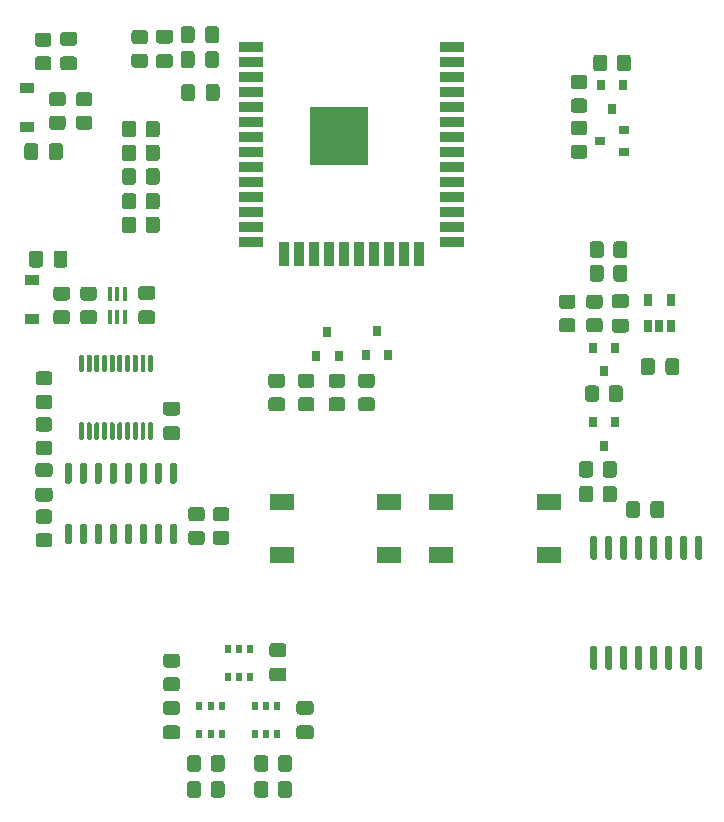
<source format=gtp>
G04 #@! TF.GenerationSoftware,KiCad,Pcbnew,(5.1.7)-1*
G04 #@! TF.CreationDate,2021-05-21T19:56:49+02:00*
G04 #@! TF.ProjectId,hlavniDPS,686c6176-6e69-4445-9053-2e6b69636164,rev?*
G04 #@! TF.SameCoordinates,Original*
G04 #@! TF.FileFunction,Paste,Top*
G04 #@! TF.FilePolarity,Positive*
%FSLAX46Y46*%
G04 Gerber Fmt 4.6, Leading zero omitted, Abs format (unit mm)*
G04 Created by KiCad (PCBNEW (5.1.7)-1) date 2021-05-21 19:56:49*
%MOMM*%
%LPD*%
G01*
G04 APERTURE LIST*
%ADD10R,2.100000X1.400000*%
%ADD11R,0.550000X0.800000*%
%ADD12R,2.000000X0.900000*%
%ADD13R,0.900000X2.000000*%
%ADD14R,5.000000X5.000000*%
%ADD15R,0.400000X1.190000*%
%ADD16R,0.900000X0.800000*%
%ADD17R,0.800000X0.900000*%
%ADD18R,0.650000X1.060000*%
%ADD19R,1.200000X0.900000*%
G04 APERTURE END LIST*
D10*
X175050000Y-87750000D03*
X175050000Y-92250000D03*
X165950000Y-92250000D03*
X165950000Y-87750000D03*
G36*
G01*
X142625000Y-106687500D02*
X143575000Y-106687500D01*
G75*
G02*
X143825000Y-106937500I0J-250000D01*
G01*
X143825000Y-107612500D01*
G75*
G02*
X143575000Y-107862500I-250000J0D01*
G01*
X142625000Y-107862500D01*
G75*
G02*
X142375000Y-107612500I0J250000D01*
G01*
X142375000Y-106937500D01*
G75*
G02*
X142625000Y-106687500I250000J0D01*
G01*
G37*
G36*
G01*
X142625000Y-104612500D02*
X143575000Y-104612500D01*
G75*
G02*
X143825000Y-104862500I0J-250000D01*
G01*
X143825000Y-105537500D01*
G75*
G02*
X143575000Y-105787500I-250000J0D01*
G01*
X142625000Y-105787500D01*
G75*
G02*
X142375000Y-105537500I0J250000D01*
G01*
X142375000Y-104862500D01*
G75*
G02*
X142625000Y-104612500I250000J0D01*
G01*
G37*
D11*
X147850000Y-102600000D03*
X148800000Y-102600000D03*
X149750000Y-102600000D03*
X149750000Y-100200000D03*
X148800000Y-100200000D03*
X147850000Y-100200000D03*
G36*
G01*
X146400000Y-110350001D02*
X146400000Y-109449999D01*
G75*
G02*
X146649999Y-109200000I249999J0D01*
G01*
X147350001Y-109200000D01*
G75*
G02*
X147600000Y-109449999I0J-249999D01*
G01*
X147600000Y-110350001D01*
G75*
G02*
X147350001Y-110600000I-249999J0D01*
G01*
X146649999Y-110600000D01*
G75*
G02*
X146400000Y-110350001I0J249999D01*
G01*
G37*
G36*
G01*
X144400000Y-110350001D02*
X144400000Y-109449999D01*
G75*
G02*
X144649999Y-109200000I249999J0D01*
G01*
X145350001Y-109200000D01*
G75*
G02*
X145600000Y-109449999I0J-249999D01*
G01*
X145600000Y-110350001D01*
G75*
G02*
X145350001Y-110600000I-249999J0D01*
G01*
X144649999Y-110600000D01*
G75*
G02*
X144400000Y-110350001I0J249999D01*
G01*
G37*
G36*
G01*
X151300000Y-109449999D02*
X151300000Y-110350001D01*
G75*
G02*
X151050001Y-110600000I-249999J0D01*
G01*
X150349999Y-110600000D01*
G75*
G02*
X150100000Y-110350001I0J249999D01*
G01*
X150100000Y-109449999D01*
G75*
G02*
X150349999Y-109200000I249999J0D01*
G01*
X151050001Y-109200000D01*
G75*
G02*
X151300000Y-109449999I0J-249999D01*
G01*
G37*
G36*
G01*
X153300000Y-109449999D02*
X153300000Y-110350001D01*
G75*
G02*
X153050001Y-110600000I-249999J0D01*
G01*
X152349999Y-110600000D01*
G75*
G02*
X152100000Y-110350001I0J249999D01*
G01*
X152100000Y-109449999D01*
G75*
G02*
X152349999Y-109200000I249999J0D01*
G01*
X153050001Y-109200000D01*
G75*
G02*
X153300000Y-109449999I0J-249999D01*
G01*
G37*
G36*
G01*
X151300000Y-111649999D02*
X151300000Y-112550001D01*
G75*
G02*
X151050001Y-112800000I-249999J0D01*
G01*
X150349999Y-112800000D01*
G75*
G02*
X150100000Y-112550001I0J249999D01*
G01*
X150100000Y-111649999D01*
G75*
G02*
X150349999Y-111400000I249999J0D01*
G01*
X151050001Y-111400000D01*
G75*
G02*
X151300000Y-111649999I0J-249999D01*
G01*
G37*
G36*
G01*
X153300000Y-111649999D02*
X153300000Y-112550001D01*
G75*
G02*
X153050001Y-112800000I-249999J0D01*
G01*
X152349999Y-112800000D01*
G75*
G02*
X152100000Y-112550001I0J249999D01*
G01*
X152100000Y-111649999D01*
G75*
G02*
X152349999Y-111400000I249999J0D01*
G01*
X153050001Y-111400000D01*
G75*
G02*
X153300000Y-111649999I0J-249999D01*
G01*
G37*
G36*
G01*
X146400000Y-112550001D02*
X146400000Y-111649999D01*
G75*
G02*
X146649999Y-111400000I249999J0D01*
G01*
X147350001Y-111400000D01*
G75*
G02*
X147600000Y-111649999I0J-249999D01*
G01*
X147600000Y-112550001D01*
G75*
G02*
X147350001Y-112800000I-249999J0D01*
G01*
X146649999Y-112800000D01*
G75*
G02*
X146400000Y-112550001I0J249999D01*
G01*
G37*
G36*
G01*
X144400000Y-112550001D02*
X144400000Y-111649999D01*
G75*
G02*
X144649999Y-111400000I249999J0D01*
G01*
X145350001Y-111400000D01*
G75*
G02*
X145600000Y-111649999I0J-249999D01*
G01*
X145600000Y-112550001D01*
G75*
G02*
X145350001Y-112800000I-249999J0D01*
G01*
X144649999Y-112800000D01*
G75*
G02*
X144400000Y-112550001I0J249999D01*
G01*
G37*
G36*
G01*
X143550001Y-101800000D02*
X142649999Y-101800000D01*
G75*
G02*
X142400000Y-101550001I0J249999D01*
G01*
X142400000Y-100849999D01*
G75*
G02*
X142649999Y-100600000I249999J0D01*
G01*
X143550001Y-100600000D01*
G75*
G02*
X143800000Y-100849999I0J-249999D01*
G01*
X143800000Y-101550001D01*
G75*
G02*
X143550001Y-101800000I-249999J0D01*
G01*
G37*
G36*
G01*
X143550001Y-103800000D02*
X142649999Y-103800000D01*
G75*
G02*
X142400000Y-103550001I0J249999D01*
G01*
X142400000Y-102849999D01*
G75*
G02*
X142649999Y-102600000I249999J0D01*
G01*
X143550001Y-102600000D01*
G75*
G02*
X143800000Y-102849999I0J-249999D01*
G01*
X143800000Y-103550001D01*
G75*
G02*
X143550001Y-103800000I-249999J0D01*
G01*
G37*
G36*
G01*
X153925000Y-106687500D02*
X154875000Y-106687500D01*
G75*
G02*
X155125000Y-106937500I0J-250000D01*
G01*
X155125000Y-107612500D01*
G75*
G02*
X154875000Y-107862500I-250000J0D01*
G01*
X153925000Y-107862500D01*
G75*
G02*
X153675000Y-107612500I0J250000D01*
G01*
X153675000Y-106937500D01*
G75*
G02*
X153925000Y-106687500I250000J0D01*
G01*
G37*
G36*
G01*
X153925000Y-104612500D02*
X154875000Y-104612500D01*
G75*
G02*
X155125000Y-104862500I0J-250000D01*
G01*
X155125000Y-105537500D01*
G75*
G02*
X154875000Y-105787500I-250000J0D01*
G01*
X153925000Y-105787500D01*
G75*
G02*
X153675000Y-105537500I0J250000D01*
G01*
X153675000Y-104862500D01*
G75*
G02*
X153925000Y-104612500I250000J0D01*
G01*
G37*
G36*
G01*
X151625000Y-101787500D02*
X152575000Y-101787500D01*
G75*
G02*
X152825000Y-102037500I0J-250000D01*
G01*
X152825000Y-102712500D01*
G75*
G02*
X152575000Y-102962500I-250000J0D01*
G01*
X151625000Y-102962500D01*
G75*
G02*
X151375000Y-102712500I0J250000D01*
G01*
X151375000Y-102037500D01*
G75*
G02*
X151625000Y-101787500I250000J0D01*
G01*
G37*
G36*
G01*
X151625000Y-99712500D02*
X152575000Y-99712500D01*
G75*
G02*
X152825000Y-99962500I0J-250000D01*
G01*
X152825000Y-100637500D01*
G75*
G02*
X152575000Y-100887500I-250000J0D01*
G01*
X151625000Y-100887500D01*
G75*
G02*
X151375000Y-100637500I0J250000D01*
G01*
X151375000Y-99962500D01*
G75*
G02*
X151625000Y-99712500I250000J0D01*
G01*
G37*
X150150000Y-107400000D03*
X151100000Y-107400000D03*
X152050000Y-107400000D03*
X152050000Y-105000000D03*
X151100000Y-105000000D03*
X150150000Y-105000000D03*
X145450000Y-107400000D03*
X146400000Y-107400000D03*
X147350000Y-107400000D03*
X147350000Y-105000000D03*
X146400000Y-105000000D03*
X145450000Y-105000000D03*
D12*
X166810000Y-49245000D03*
X166810000Y-50515000D03*
X166810000Y-51785000D03*
X166810000Y-53055000D03*
X166810000Y-54325000D03*
X166810000Y-55595000D03*
X166810000Y-56865000D03*
X166810000Y-58135000D03*
X166810000Y-59405000D03*
X166810000Y-60675000D03*
X166810000Y-61945000D03*
X166810000Y-63215000D03*
X166810000Y-64485000D03*
X166810000Y-65755000D03*
D13*
X164025000Y-66755000D03*
X162755000Y-66755000D03*
X161485000Y-66755000D03*
X160215000Y-66755000D03*
X158945000Y-66755000D03*
X157675000Y-66755000D03*
X156405000Y-66755000D03*
X155135000Y-66755000D03*
X153865000Y-66755000D03*
X152595000Y-66755000D03*
D12*
X149810000Y-65755000D03*
X149810000Y-64485000D03*
X149810000Y-63215000D03*
X149810000Y-61945000D03*
X149810000Y-60675000D03*
X149810000Y-59405000D03*
X149810000Y-58135000D03*
X149810000Y-56865000D03*
X149810000Y-55595000D03*
X149810000Y-54325000D03*
X149810000Y-53055000D03*
X149810000Y-51785000D03*
X149810000Y-50515000D03*
X149810000Y-49245000D03*
D14*
X157310000Y-56745000D03*
G36*
G01*
X136150001Y-56260000D02*
X135249999Y-56260000D01*
G75*
G02*
X135000000Y-56010001I0J249999D01*
G01*
X135000000Y-55309999D01*
G75*
G02*
X135249999Y-55060000I249999J0D01*
G01*
X136150001Y-55060000D01*
G75*
G02*
X136400000Y-55309999I0J-249999D01*
G01*
X136400000Y-56010001D01*
G75*
G02*
X136150001Y-56260000I-249999J0D01*
G01*
G37*
G36*
G01*
X136150001Y-54260000D02*
X135249999Y-54260000D01*
G75*
G02*
X135000000Y-54010001I0J249999D01*
G01*
X135000000Y-53309999D01*
G75*
G02*
X135249999Y-53060000I249999J0D01*
G01*
X136150001Y-53060000D01*
G75*
G02*
X136400000Y-53309999I0J-249999D01*
G01*
X136400000Y-54010001D01*
G75*
G02*
X136150001Y-54260000I-249999J0D01*
G01*
G37*
D15*
X139150000Y-70140000D03*
X138500000Y-70140000D03*
X137850000Y-70140000D03*
X137850000Y-72060000D03*
X138500000Y-72060000D03*
X139150000Y-72060000D03*
G36*
G01*
X145050000Y-47725000D02*
X145050000Y-48675000D01*
G75*
G02*
X144800000Y-48925000I-250000J0D01*
G01*
X144125000Y-48925000D01*
G75*
G02*
X143875000Y-48675000I0J250000D01*
G01*
X143875000Y-47725000D01*
G75*
G02*
X144125000Y-47475000I250000J0D01*
G01*
X144800000Y-47475000D01*
G75*
G02*
X145050000Y-47725000I0J-250000D01*
G01*
G37*
G36*
G01*
X147125000Y-47725000D02*
X147125000Y-48675000D01*
G75*
G02*
X146875000Y-48925000I-250000J0D01*
G01*
X146200000Y-48925000D01*
G75*
G02*
X145950000Y-48675000I0J250000D01*
G01*
X145950000Y-47725000D01*
G75*
G02*
X146200000Y-47475000I250000J0D01*
G01*
X146875000Y-47475000D01*
G75*
G02*
X147125000Y-47725000I0J-250000D01*
G01*
G37*
G36*
G01*
X144749999Y-90200000D02*
X145650001Y-90200000D01*
G75*
G02*
X145900000Y-90449999I0J-249999D01*
G01*
X145900000Y-91150001D01*
G75*
G02*
X145650001Y-91400000I-249999J0D01*
G01*
X144749999Y-91400000D01*
G75*
G02*
X144500000Y-91150001I0J249999D01*
G01*
X144500000Y-90449999D01*
G75*
G02*
X144749999Y-90200000I249999J0D01*
G01*
G37*
G36*
G01*
X144749999Y-88200000D02*
X145650001Y-88200000D01*
G75*
G02*
X145900000Y-88449999I0J-249999D01*
G01*
X145900000Y-89150001D01*
G75*
G02*
X145650001Y-89400000I-249999J0D01*
G01*
X144749999Y-89400000D01*
G75*
G02*
X144500000Y-89150001I0J249999D01*
G01*
X144500000Y-88449999D01*
G75*
G02*
X144749999Y-88200000I249999J0D01*
G01*
G37*
G36*
G01*
X145087500Y-52625000D02*
X145087500Y-53575000D01*
G75*
G02*
X144837500Y-53825000I-250000J0D01*
G01*
X144162500Y-53825000D01*
G75*
G02*
X143912500Y-53575000I0J250000D01*
G01*
X143912500Y-52625000D01*
G75*
G02*
X144162500Y-52375000I250000J0D01*
G01*
X144837500Y-52375000D01*
G75*
G02*
X145087500Y-52625000I0J-250000D01*
G01*
G37*
G36*
G01*
X147162500Y-52625000D02*
X147162500Y-53575000D01*
G75*
G02*
X146912500Y-53825000I-250000J0D01*
G01*
X146237500Y-53825000D01*
G75*
G02*
X145987500Y-53575000I0J250000D01*
G01*
X145987500Y-52625000D01*
G75*
G02*
X146237500Y-52375000I250000J0D01*
G01*
X146912500Y-52375000D01*
G75*
G02*
X147162500Y-52625000I0J-250000D01*
G01*
G37*
G36*
G01*
X178050001Y-54800000D02*
X177149999Y-54800000D01*
G75*
G02*
X176900000Y-54550001I0J249999D01*
G01*
X176900000Y-53849999D01*
G75*
G02*
X177149999Y-53600000I249999J0D01*
G01*
X178050001Y-53600000D01*
G75*
G02*
X178300000Y-53849999I0J-249999D01*
G01*
X178300000Y-54550001D01*
G75*
G02*
X178050001Y-54800000I-249999J0D01*
G01*
G37*
G36*
G01*
X178050001Y-52800000D02*
X177149999Y-52800000D01*
G75*
G02*
X176900000Y-52550001I0J249999D01*
G01*
X176900000Y-51849999D01*
G75*
G02*
X177149999Y-51600000I249999J0D01*
G01*
X178050001Y-51600000D01*
G75*
G02*
X178300000Y-51849999I0J-249999D01*
G01*
X178300000Y-52550001D01*
G75*
G02*
X178050001Y-52800000I-249999J0D01*
G01*
G37*
G36*
G01*
X178500000Y-68850001D02*
X178500000Y-67949999D01*
G75*
G02*
X178749999Y-67700000I249999J0D01*
G01*
X179450001Y-67700000D01*
G75*
G02*
X179700000Y-67949999I0J-249999D01*
G01*
X179700000Y-68850001D01*
G75*
G02*
X179450001Y-69100000I-249999J0D01*
G01*
X178749999Y-69100000D01*
G75*
G02*
X178500000Y-68850001I0J249999D01*
G01*
G37*
G36*
G01*
X180500000Y-68850001D02*
X180500000Y-67949999D01*
G75*
G02*
X180749999Y-67700000I249999J0D01*
G01*
X181450001Y-67700000D01*
G75*
G02*
X181700000Y-67949999I0J-249999D01*
G01*
X181700000Y-68850001D01*
G75*
G02*
X181450001Y-69100000I-249999J0D01*
G01*
X180749999Y-69100000D01*
G75*
G02*
X180500000Y-68850001I0J249999D01*
G01*
G37*
G36*
G01*
X178050001Y-58700000D02*
X177149999Y-58700000D01*
G75*
G02*
X176900000Y-58450001I0J249999D01*
G01*
X176900000Y-57749999D01*
G75*
G02*
X177149999Y-57500000I249999J0D01*
G01*
X178050001Y-57500000D01*
G75*
G02*
X178300000Y-57749999I0J-249999D01*
G01*
X178300000Y-58450001D01*
G75*
G02*
X178050001Y-58700000I-249999J0D01*
G01*
G37*
G36*
G01*
X178050001Y-56700000D02*
X177149999Y-56700000D01*
G75*
G02*
X176900000Y-56450001I0J249999D01*
G01*
X176900000Y-55749999D01*
G75*
G02*
X177149999Y-55500000I249999J0D01*
G01*
X178050001Y-55500000D01*
G75*
G02*
X178300000Y-55749999I0J-249999D01*
G01*
X178300000Y-56450001D01*
G75*
G02*
X178050001Y-56700000I-249999J0D01*
G01*
G37*
G36*
G01*
X181700000Y-65949999D02*
X181700000Y-66850001D01*
G75*
G02*
X181450001Y-67100000I-249999J0D01*
G01*
X180749999Y-67100000D01*
G75*
G02*
X180500000Y-66850001I0J249999D01*
G01*
X180500000Y-65949999D01*
G75*
G02*
X180749999Y-65700000I249999J0D01*
G01*
X181450001Y-65700000D01*
G75*
G02*
X181700000Y-65949999I0J-249999D01*
G01*
G37*
G36*
G01*
X179700000Y-65949999D02*
X179700000Y-66850001D01*
G75*
G02*
X179450001Y-67100000I-249999J0D01*
G01*
X178749999Y-67100000D01*
G75*
G02*
X178500000Y-66850001I0J249999D01*
G01*
X178500000Y-65949999D01*
G75*
G02*
X178749999Y-65700000I249999J0D01*
G01*
X179450001Y-65700000D01*
G75*
G02*
X179700000Y-65949999I0J-249999D01*
G01*
G37*
G36*
G01*
X178800000Y-51050001D02*
X178800000Y-50149999D01*
G75*
G02*
X179049999Y-49900000I249999J0D01*
G01*
X179750001Y-49900000D01*
G75*
G02*
X180000000Y-50149999I0J-249999D01*
G01*
X180000000Y-51050001D01*
G75*
G02*
X179750001Y-51300000I-249999J0D01*
G01*
X179049999Y-51300000D01*
G75*
G02*
X178800000Y-51050001I0J249999D01*
G01*
G37*
G36*
G01*
X180800000Y-51050001D02*
X180800000Y-50149999D01*
G75*
G02*
X181049999Y-49900000I249999J0D01*
G01*
X181750001Y-49900000D01*
G75*
G02*
X182000000Y-50149999I0J-249999D01*
G01*
X182000000Y-51050001D01*
G75*
G02*
X181750001Y-51300000I-249999J0D01*
G01*
X181049999Y-51300000D01*
G75*
G02*
X180800000Y-51050001I0J249999D01*
G01*
G37*
D16*
X181400000Y-58150000D03*
X181400000Y-56250000D03*
X179400000Y-57200000D03*
D17*
X181350000Y-52500000D03*
X179450000Y-52500000D03*
X180400000Y-54500000D03*
X179700000Y-83000000D03*
X178750000Y-81000000D03*
X180650000Y-81000000D03*
D10*
X161550000Y-87750000D03*
X161550000Y-92250000D03*
X152450000Y-92250000D03*
X152450000Y-87750000D03*
G36*
G01*
X134505000Y-91350000D02*
X134205000Y-91350000D01*
G75*
G02*
X134055000Y-91200000I0J150000D01*
G01*
X134055000Y-89750000D01*
G75*
G02*
X134205000Y-89600000I150000J0D01*
G01*
X134505000Y-89600000D01*
G75*
G02*
X134655000Y-89750000I0J-150000D01*
G01*
X134655000Y-91200000D01*
G75*
G02*
X134505000Y-91350000I-150000J0D01*
G01*
G37*
G36*
G01*
X135775000Y-91350000D02*
X135475000Y-91350000D01*
G75*
G02*
X135325000Y-91200000I0J150000D01*
G01*
X135325000Y-89750000D01*
G75*
G02*
X135475000Y-89600000I150000J0D01*
G01*
X135775000Y-89600000D01*
G75*
G02*
X135925000Y-89750000I0J-150000D01*
G01*
X135925000Y-91200000D01*
G75*
G02*
X135775000Y-91350000I-150000J0D01*
G01*
G37*
G36*
G01*
X137045000Y-91350000D02*
X136745000Y-91350000D01*
G75*
G02*
X136595000Y-91200000I0J150000D01*
G01*
X136595000Y-89750000D01*
G75*
G02*
X136745000Y-89600000I150000J0D01*
G01*
X137045000Y-89600000D01*
G75*
G02*
X137195000Y-89750000I0J-150000D01*
G01*
X137195000Y-91200000D01*
G75*
G02*
X137045000Y-91350000I-150000J0D01*
G01*
G37*
G36*
G01*
X138315000Y-91350000D02*
X138015000Y-91350000D01*
G75*
G02*
X137865000Y-91200000I0J150000D01*
G01*
X137865000Y-89750000D01*
G75*
G02*
X138015000Y-89600000I150000J0D01*
G01*
X138315000Y-89600000D01*
G75*
G02*
X138465000Y-89750000I0J-150000D01*
G01*
X138465000Y-91200000D01*
G75*
G02*
X138315000Y-91350000I-150000J0D01*
G01*
G37*
G36*
G01*
X139585000Y-91350000D02*
X139285000Y-91350000D01*
G75*
G02*
X139135000Y-91200000I0J150000D01*
G01*
X139135000Y-89750000D01*
G75*
G02*
X139285000Y-89600000I150000J0D01*
G01*
X139585000Y-89600000D01*
G75*
G02*
X139735000Y-89750000I0J-150000D01*
G01*
X139735000Y-91200000D01*
G75*
G02*
X139585000Y-91350000I-150000J0D01*
G01*
G37*
G36*
G01*
X140855000Y-91350000D02*
X140555000Y-91350000D01*
G75*
G02*
X140405000Y-91200000I0J150000D01*
G01*
X140405000Y-89750000D01*
G75*
G02*
X140555000Y-89600000I150000J0D01*
G01*
X140855000Y-89600000D01*
G75*
G02*
X141005000Y-89750000I0J-150000D01*
G01*
X141005000Y-91200000D01*
G75*
G02*
X140855000Y-91350000I-150000J0D01*
G01*
G37*
G36*
G01*
X142125000Y-91350000D02*
X141825000Y-91350000D01*
G75*
G02*
X141675000Y-91200000I0J150000D01*
G01*
X141675000Y-89750000D01*
G75*
G02*
X141825000Y-89600000I150000J0D01*
G01*
X142125000Y-89600000D01*
G75*
G02*
X142275000Y-89750000I0J-150000D01*
G01*
X142275000Y-91200000D01*
G75*
G02*
X142125000Y-91350000I-150000J0D01*
G01*
G37*
G36*
G01*
X143395000Y-91350000D02*
X143095000Y-91350000D01*
G75*
G02*
X142945000Y-91200000I0J150000D01*
G01*
X142945000Y-89750000D01*
G75*
G02*
X143095000Y-89600000I150000J0D01*
G01*
X143395000Y-89600000D01*
G75*
G02*
X143545000Y-89750000I0J-150000D01*
G01*
X143545000Y-91200000D01*
G75*
G02*
X143395000Y-91350000I-150000J0D01*
G01*
G37*
G36*
G01*
X143395000Y-86200000D02*
X143095000Y-86200000D01*
G75*
G02*
X142945000Y-86050000I0J150000D01*
G01*
X142945000Y-84600000D01*
G75*
G02*
X143095000Y-84450000I150000J0D01*
G01*
X143395000Y-84450000D01*
G75*
G02*
X143545000Y-84600000I0J-150000D01*
G01*
X143545000Y-86050000D01*
G75*
G02*
X143395000Y-86200000I-150000J0D01*
G01*
G37*
G36*
G01*
X142125000Y-86200000D02*
X141825000Y-86200000D01*
G75*
G02*
X141675000Y-86050000I0J150000D01*
G01*
X141675000Y-84600000D01*
G75*
G02*
X141825000Y-84450000I150000J0D01*
G01*
X142125000Y-84450000D01*
G75*
G02*
X142275000Y-84600000I0J-150000D01*
G01*
X142275000Y-86050000D01*
G75*
G02*
X142125000Y-86200000I-150000J0D01*
G01*
G37*
G36*
G01*
X140855000Y-86200000D02*
X140555000Y-86200000D01*
G75*
G02*
X140405000Y-86050000I0J150000D01*
G01*
X140405000Y-84600000D01*
G75*
G02*
X140555000Y-84450000I150000J0D01*
G01*
X140855000Y-84450000D01*
G75*
G02*
X141005000Y-84600000I0J-150000D01*
G01*
X141005000Y-86050000D01*
G75*
G02*
X140855000Y-86200000I-150000J0D01*
G01*
G37*
G36*
G01*
X139585000Y-86200000D02*
X139285000Y-86200000D01*
G75*
G02*
X139135000Y-86050000I0J150000D01*
G01*
X139135000Y-84600000D01*
G75*
G02*
X139285000Y-84450000I150000J0D01*
G01*
X139585000Y-84450000D01*
G75*
G02*
X139735000Y-84600000I0J-150000D01*
G01*
X139735000Y-86050000D01*
G75*
G02*
X139585000Y-86200000I-150000J0D01*
G01*
G37*
G36*
G01*
X138315000Y-86200000D02*
X138015000Y-86200000D01*
G75*
G02*
X137865000Y-86050000I0J150000D01*
G01*
X137865000Y-84600000D01*
G75*
G02*
X138015000Y-84450000I150000J0D01*
G01*
X138315000Y-84450000D01*
G75*
G02*
X138465000Y-84600000I0J-150000D01*
G01*
X138465000Y-86050000D01*
G75*
G02*
X138315000Y-86200000I-150000J0D01*
G01*
G37*
G36*
G01*
X137045000Y-86200000D02*
X136745000Y-86200000D01*
G75*
G02*
X136595000Y-86050000I0J150000D01*
G01*
X136595000Y-84600000D01*
G75*
G02*
X136745000Y-84450000I150000J0D01*
G01*
X137045000Y-84450000D01*
G75*
G02*
X137195000Y-84600000I0J-150000D01*
G01*
X137195000Y-86050000D01*
G75*
G02*
X137045000Y-86200000I-150000J0D01*
G01*
G37*
G36*
G01*
X135775000Y-86200000D02*
X135475000Y-86200000D01*
G75*
G02*
X135325000Y-86050000I0J150000D01*
G01*
X135325000Y-84600000D01*
G75*
G02*
X135475000Y-84450000I150000J0D01*
G01*
X135775000Y-84450000D01*
G75*
G02*
X135925000Y-84600000I0J-150000D01*
G01*
X135925000Y-86050000D01*
G75*
G02*
X135775000Y-86200000I-150000J0D01*
G01*
G37*
G36*
G01*
X134505000Y-86200000D02*
X134205000Y-86200000D01*
G75*
G02*
X134055000Y-86050000I0J150000D01*
G01*
X134055000Y-84600000D01*
G75*
G02*
X134205000Y-84450000I150000J0D01*
G01*
X134505000Y-84450000D01*
G75*
G02*
X134655000Y-84600000I0J-150000D01*
G01*
X134655000Y-86050000D01*
G75*
G02*
X134505000Y-86200000I-150000J0D01*
G01*
G37*
G36*
G01*
X141225000Y-81025000D02*
X141425000Y-81025000D01*
G75*
G02*
X141525000Y-81125000I0J-100000D01*
G01*
X141525000Y-82400000D01*
G75*
G02*
X141425000Y-82500000I-100000J0D01*
G01*
X141225000Y-82500000D01*
G75*
G02*
X141125000Y-82400000I0J100000D01*
G01*
X141125000Y-81125000D01*
G75*
G02*
X141225000Y-81025000I100000J0D01*
G01*
G37*
G36*
G01*
X140575000Y-81025000D02*
X140775000Y-81025000D01*
G75*
G02*
X140875000Y-81125000I0J-100000D01*
G01*
X140875000Y-82400000D01*
G75*
G02*
X140775000Y-82500000I-100000J0D01*
G01*
X140575000Y-82500000D01*
G75*
G02*
X140475000Y-82400000I0J100000D01*
G01*
X140475000Y-81125000D01*
G75*
G02*
X140575000Y-81025000I100000J0D01*
G01*
G37*
G36*
G01*
X139925000Y-81025000D02*
X140125000Y-81025000D01*
G75*
G02*
X140225000Y-81125000I0J-100000D01*
G01*
X140225000Y-82400000D01*
G75*
G02*
X140125000Y-82500000I-100000J0D01*
G01*
X139925000Y-82500000D01*
G75*
G02*
X139825000Y-82400000I0J100000D01*
G01*
X139825000Y-81125000D01*
G75*
G02*
X139925000Y-81025000I100000J0D01*
G01*
G37*
G36*
G01*
X139275000Y-81025000D02*
X139475000Y-81025000D01*
G75*
G02*
X139575000Y-81125000I0J-100000D01*
G01*
X139575000Y-82400000D01*
G75*
G02*
X139475000Y-82500000I-100000J0D01*
G01*
X139275000Y-82500000D01*
G75*
G02*
X139175000Y-82400000I0J100000D01*
G01*
X139175000Y-81125000D01*
G75*
G02*
X139275000Y-81025000I100000J0D01*
G01*
G37*
G36*
G01*
X138625000Y-81025000D02*
X138825000Y-81025000D01*
G75*
G02*
X138925000Y-81125000I0J-100000D01*
G01*
X138925000Y-82400000D01*
G75*
G02*
X138825000Y-82500000I-100000J0D01*
G01*
X138625000Y-82500000D01*
G75*
G02*
X138525000Y-82400000I0J100000D01*
G01*
X138525000Y-81125000D01*
G75*
G02*
X138625000Y-81025000I100000J0D01*
G01*
G37*
G36*
G01*
X137975000Y-81025000D02*
X138175000Y-81025000D01*
G75*
G02*
X138275000Y-81125000I0J-100000D01*
G01*
X138275000Y-82400000D01*
G75*
G02*
X138175000Y-82500000I-100000J0D01*
G01*
X137975000Y-82500000D01*
G75*
G02*
X137875000Y-82400000I0J100000D01*
G01*
X137875000Y-81125000D01*
G75*
G02*
X137975000Y-81025000I100000J0D01*
G01*
G37*
G36*
G01*
X137325000Y-81025000D02*
X137525000Y-81025000D01*
G75*
G02*
X137625000Y-81125000I0J-100000D01*
G01*
X137625000Y-82400000D01*
G75*
G02*
X137525000Y-82500000I-100000J0D01*
G01*
X137325000Y-82500000D01*
G75*
G02*
X137225000Y-82400000I0J100000D01*
G01*
X137225000Y-81125000D01*
G75*
G02*
X137325000Y-81025000I100000J0D01*
G01*
G37*
G36*
G01*
X136675000Y-81025000D02*
X136875000Y-81025000D01*
G75*
G02*
X136975000Y-81125000I0J-100000D01*
G01*
X136975000Y-82400000D01*
G75*
G02*
X136875000Y-82500000I-100000J0D01*
G01*
X136675000Y-82500000D01*
G75*
G02*
X136575000Y-82400000I0J100000D01*
G01*
X136575000Y-81125000D01*
G75*
G02*
X136675000Y-81025000I100000J0D01*
G01*
G37*
G36*
G01*
X136025000Y-81025000D02*
X136225000Y-81025000D01*
G75*
G02*
X136325000Y-81125000I0J-100000D01*
G01*
X136325000Y-82400000D01*
G75*
G02*
X136225000Y-82500000I-100000J0D01*
G01*
X136025000Y-82500000D01*
G75*
G02*
X135925000Y-82400000I0J100000D01*
G01*
X135925000Y-81125000D01*
G75*
G02*
X136025000Y-81025000I100000J0D01*
G01*
G37*
G36*
G01*
X135375000Y-81025000D02*
X135575000Y-81025000D01*
G75*
G02*
X135675000Y-81125000I0J-100000D01*
G01*
X135675000Y-82400000D01*
G75*
G02*
X135575000Y-82500000I-100000J0D01*
G01*
X135375000Y-82500000D01*
G75*
G02*
X135275000Y-82400000I0J100000D01*
G01*
X135275000Y-81125000D01*
G75*
G02*
X135375000Y-81025000I100000J0D01*
G01*
G37*
G36*
G01*
X135375000Y-75300000D02*
X135575000Y-75300000D01*
G75*
G02*
X135675000Y-75400000I0J-100000D01*
G01*
X135675000Y-76675000D01*
G75*
G02*
X135575000Y-76775000I-100000J0D01*
G01*
X135375000Y-76775000D01*
G75*
G02*
X135275000Y-76675000I0J100000D01*
G01*
X135275000Y-75400000D01*
G75*
G02*
X135375000Y-75300000I100000J0D01*
G01*
G37*
G36*
G01*
X136025000Y-75300000D02*
X136225000Y-75300000D01*
G75*
G02*
X136325000Y-75400000I0J-100000D01*
G01*
X136325000Y-76675000D01*
G75*
G02*
X136225000Y-76775000I-100000J0D01*
G01*
X136025000Y-76775000D01*
G75*
G02*
X135925000Y-76675000I0J100000D01*
G01*
X135925000Y-75400000D01*
G75*
G02*
X136025000Y-75300000I100000J0D01*
G01*
G37*
G36*
G01*
X136675000Y-75300000D02*
X136875000Y-75300000D01*
G75*
G02*
X136975000Y-75400000I0J-100000D01*
G01*
X136975000Y-76675000D01*
G75*
G02*
X136875000Y-76775000I-100000J0D01*
G01*
X136675000Y-76775000D01*
G75*
G02*
X136575000Y-76675000I0J100000D01*
G01*
X136575000Y-75400000D01*
G75*
G02*
X136675000Y-75300000I100000J0D01*
G01*
G37*
G36*
G01*
X137325000Y-75300000D02*
X137525000Y-75300000D01*
G75*
G02*
X137625000Y-75400000I0J-100000D01*
G01*
X137625000Y-76675000D01*
G75*
G02*
X137525000Y-76775000I-100000J0D01*
G01*
X137325000Y-76775000D01*
G75*
G02*
X137225000Y-76675000I0J100000D01*
G01*
X137225000Y-75400000D01*
G75*
G02*
X137325000Y-75300000I100000J0D01*
G01*
G37*
G36*
G01*
X137975000Y-75300000D02*
X138175000Y-75300000D01*
G75*
G02*
X138275000Y-75400000I0J-100000D01*
G01*
X138275000Y-76675000D01*
G75*
G02*
X138175000Y-76775000I-100000J0D01*
G01*
X137975000Y-76775000D01*
G75*
G02*
X137875000Y-76675000I0J100000D01*
G01*
X137875000Y-75400000D01*
G75*
G02*
X137975000Y-75300000I100000J0D01*
G01*
G37*
G36*
G01*
X138625000Y-75300000D02*
X138825000Y-75300000D01*
G75*
G02*
X138925000Y-75400000I0J-100000D01*
G01*
X138925000Y-76675000D01*
G75*
G02*
X138825000Y-76775000I-100000J0D01*
G01*
X138625000Y-76775000D01*
G75*
G02*
X138525000Y-76675000I0J100000D01*
G01*
X138525000Y-75400000D01*
G75*
G02*
X138625000Y-75300000I100000J0D01*
G01*
G37*
G36*
G01*
X139275000Y-75300000D02*
X139475000Y-75300000D01*
G75*
G02*
X139575000Y-75400000I0J-100000D01*
G01*
X139575000Y-76675000D01*
G75*
G02*
X139475000Y-76775000I-100000J0D01*
G01*
X139275000Y-76775000D01*
G75*
G02*
X139175000Y-76675000I0J100000D01*
G01*
X139175000Y-75400000D01*
G75*
G02*
X139275000Y-75300000I100000J0D01*
G01*
G37*
G36*
G01*
X139925000Y-75300000D02*
X140125000Y-75300000D01*
G75*
G02*
X140225000Y-75400000I0J-100000D01*
G01*
X140225000Y-76675000D01*
G75*
G02*
X140125000Y-76775000I-100000J0D01*
G01*
X139925000Y-76775000D01*
G75*
G02*
X139825000Y-76675000I0J100000D01*
G01*
X139825000Y-75400000D01*
G75*
G02*
X139925000Y-75300000I100000J0D01*
G01*
G37*
G36*
G01*
X140575000Y-75300000D02*
X140775000Y-75300000D01*
G75*
G02*
X140875000Y-75400000I0J-100000D01*
G01*
X140875000Y-76675000D01*
G75*
G02*
X140775000Y-76775000I-100000J0D01*
G01*
X140575000Y-76775000D01*
G75*
G02*
X140475000Y-76675000I0J100000D01*
G01*
X140475000Y-75400000D01*
G75*
G02*
X140575000Y-75300000I100000J0D01*
G01*
G37*
G36*
G01*
X141225000Y-75300000D02*
X141425000Y-75300000D01*
G75*
G02*
X141525000Y-75400000I0J-100000D01*
G01*
X141525000Y-76675000D01*
G75*
G02*
X141425000Y-76775000I-100000J0D01*
G01*
X141225000Y-76775000D01*
G75*
G02*
X141125000Y-76675000I0J100000D01*
G01*
X141125000Y-75400000D01*
G75*
G02*
X141225000Y-75300000I100000J0D01*
G01*
G37*
D17*
X160500000Y-73300000D03*
X161450000Y-75300000D03*
X159550000Y-75300000D03*
X156300000Y-73400000D03*
X157250000Y-75400000D03*
X155350000Y-75400000D03*
X179700000Y-76700000D03*
X178750000Y-74700000D03*
X180650000Y-74700000D03*
G36*
G01*
X179005000Y-92675000D02*
X178705000Y-92675000D01*
G75*
G02*
X178555000Y-92525000I0J150000D01*
G01*
X178555000Y-90775000D01*
G75*
G02*
X178705000Y-90625000I150000J0D01*
G01*
X179005000Y-90625000D01*
G75*
G02*
X179155000Y-90775000I0J-150000D01*
G01*
X179155000Y-92525000D01*
G75*
G02*
X179005000Y-92675000I-150000J0D01*
G01*
G37*
G36*
G01*
X180275000Y-92675000D02*
X179975000Y-92675000D01*
G75*
G02*
X179825000Y-92525000I0J150000D01*
G01*
X179825000Y-90775000D01*
G75*
G02*
X179975000Y-90625000I150000J0D01*
G01*
X180275000Y-90625000D01*
G75*
G02*
X180425000Y-90775000I0J-150000D01*
G01*
X180425000Y-92525000D01*
G75*
G02*
X180275000Y-92675000I-150000J0D01*
G01*
G37*
G36*
G01*
X181545000Y-92675000D02*
X181245000Y-92675000D01*
G75*
G02*
X181095000Y-92525000I0J150000D01*
G01*
X181095000Y-90775000D01*
G75*
G02*
X181245000Y-90625000I150000J0D01*
G01*
X181545000Y-90625000D01*
G75*
G02*
X181695000Y-90775000I0J-150000D01*
G01*
X181695000Y-92525000D01*
G75*
G02*
X181545000Y-92675000I-150000J0D01*
G01*
G37*
G36*
G01*
X182815000Y-92675000D02*
X182515000Y-92675000D01*
G75*
G02*
X182365000Y-92525000I0J150000D01*
G01*
X182365000Y-90775000D01*
G75*
G02*
X182515000Y-90625000I150000J0D01*
G01*
X182815000Y-90625000D01*
G75*
G02*
X182965000Y-90775000I0J-150000D01*
G01*
X182965000Y-92525000D01*
G75*
G02*
X182815000Y-92675000I-150000J0D01*
G01*
G37*
G36*
G01*
X184085000Y-92675000D02*
X183785000Y-92675000D01*
G75*
G02*
X183635000Y-92525000I0J150000D01*
G01*
X183635000Y-90775000D01*
G75*
G02*
X183785000Y-90625000I150000J0D01*
G01*
X184085000Y-90625000D01*
G75*
G02*
X184235000Y-90775000I0J-150000D01*
G01*
X184235000Y-92525000D01*
G75*
G02*
X184085000Y-92675000I-150000J0D01*
G01*
G37*
G36*
G01*
X185355000Y-92675000D02*
X185055000Y-92675000D01*
G75*
G02*
X184905000Y-92525000I0J150000D01*
G01*
X184905000Y-90775000D01*
G75*
G02*
X185055000Y-90625000I150000J0D01*
G01*
X185355000Y-90625000D01*
G75*
G02*
X185505000Y-90775000I0J-150000D01*
G01*
X185505000Y-92525000D01*
G75*
G02*
X185355000Y-92675000I-150000J0D01*
G01*
G37*
G36*
G01*
X186625000Y-92675000D02*
X186325000Y-92675000D01*
G75*
G02*
X186175000Y-92525000I0J150000D01*
G01*
X186175000Y-90775000D01*
G75*
G02*
X186325000Y-90625000I150000J0D01*
G01*
X186625000Y-90625000D01*
G75*
G02*
X186775000Y-90775000I0J-150000D01*
G01*
X186775000Y-92525000D01*
G75*
G02*
X186625000Y-92675000I-150000J0D01*
G01*
G37*
G36*
G01*
X187895000Y-92675000D02*
X187595000Y-92675000D01*
G75*
G02*
X187445000Y-92525000I0J150000D01*
G01*
X187445000Y-90775000D01*
G75*
G02*
X187595000Y-90625000I150000J0D01*
G01*
X187895000Y-90625000D01*
G75*
G02*
X188045000Y-90775000I0J-150000D01*
G01*
X188045000Y-92525000D01*
G75*
G02*
X187895000Y-92675000I-150000J0D01*
G01*
G37*
G36*
G01*
X187895000Y-101975000D02*
X187595000Y-101975000D01*
G75*
G02*
X187445000Y-101825000I0J150000D01*
G01*
X187445000Y-100075000D01*
G75*
G02*
X187595000Y-99925000I150000J0D01*
G01*
X187895000Y-99925000D01*
G75*
G02*
X188045000Y-100075000I0J-150000D01*
G01*
X188045000Y-101825000D01*
G75*
G02*
X187895000Y-101975000I-150000J0D01*
G01*
G37*
G36*
G01*
X186625000Y-101975000D02*
X186325000Y-101975000D01*
G75*
G02*
X186175000Y-101825000I0J150000D01*
G01*
X186175000Y-100075000D01*
G75*
G02*
X186325000Y-99925000I150000J0D01*
G01*
X186625000Y-99925000D01*
G75*
G02*
X186775000Y-100075000I0J-150000D01*
G01*
X186775000Y-101825000D01*
G75*
G02*
X186625000Y-101975000I-150000J0D01*
G01*
G37*
G36*
G01*
X185355000Y-101975000D02*
X185055000Y-101975000D01*
G75*
G02*
X184905000Y-101825000I0J150000D01*
G01*
X184905000Y-100075000D01*
G75*
G02*
X185055000Y-99925000I150000J0D01*
G01*
X185355000Y-99925000D01*
G75*
G02*
X185505000Y-100075000I0J-150000D01*
G01*
X185505000Y-101825000D01*
G75*
G02*
X185355000Y-101975000I-150000J0D01*
G01*
G37*
G36*
G01*
X184085000Y-101975000D02*
X183785000Y-101975000D01*
G75*
G02*
X183635000Y-101825000I0J150000D01*
G01*
X183635000Y-100075000D01*
G75*
G02*
X183785000Y-99925000I150000J0D01*
G01*
X184085000Y-99925000D01*
G75*
G02*
X184235000Y-100075000I0J-150000D01*
G01*
X184235000Y-101825000D01*
G75*
G02*
X184085000Y-101975000I-150000J0D01*
G01*
G37*
G36*
G01*
X182815000Y-101975000D02*
X182515000Y-101975000D01*
G75*
G02*
X182365000Y-101825000I0J150000D01*
G01*
X182365000Y-100075000D01*
G75*
G02*
X182515000Y-99925000I150000J0D01*
G01*
X182815000Y-99925000D01*
G75*
G02*
X182965000Y-100075000I0J-150000D01*
G01*
X182965000Y-101825000D01*
G75*
G02*
X182815000Y-101975000I-150000J0D01*
G01*
G37*
G36*
G01*
X181545000Y-101975000D02*
X181245000Y-101975000D01*
G75*
G02*
X181095000Y-101825000I0J150000D01*
G01*
X181095000Y-100075000D01*
G75*
G02*
X181245000Y-99925000I150000J0D01*
G01*
X181545000Y-99925000D01*
G75*
G02*
X181695000Y-100075000I0J-150000D01*
G01*
X181695000Y-101825000D01*
G75*
G02*
X181545000Y-101975000I-150000J0D01*
G01*
G37*
G36*
G01*
X180275000Y-101975000D02*
X179975000Y-101975000D01*
G75*
G02*
X179825000Y-101825000I0J150000D01*
G01*
X179825000Y-100075000D01*
G75*
G02*
X179975000Y-99925000I150000J0D01*
G01*
X180275000Y-99925000D01*
G75*
G02*
X180425000Y-100075000I0J-150000D01*
G01*
X180425000Y-101825000D01*
G75*
G02*
X180275000Y-101975000I-150000J0D01*
G01*
G37*
G36*
G01*
X179005000Y-101975000D02*
X178705000Y-101975000D01*
G75*
G02*
X178555000Y-101825000I0J150000D01*
G01*
X178555000Y-100075000D01*
G75*
G02*
X178705000Y-99925000I150000J0D01*
G01*
X179005000Y-99925000D01*
G75*
G02*
X179155000Y-100075000I0J-150000D01*
G01*
X179155000Y-101825000D01*
G75*
G02*
X179005000Y-101975000I-150000J0D01*
G01*
G37*
D18*
X183450000Y-70700000D03*
X185350000Y-70700000D03*
X185350000Y-72900000D03*
X184400000Y-72900000D03*
X183450000Y-72900000D03*
G36*
G01*
X157550001Y-78100000D02*
X156649999Y-78100000D01*
G75*
G02*
X156400000Y-77850001I0J249999D01*
G01*
X156400000Y-77149999D01*
G75*
G02*
X156649999Y-76900000I249999J0D01*
G01*
X157550001Y-76900000D01*
G75*
G02*
X157800000Y-77149999I0J-249999D01*
G01*
X157800000Y-77850001D01*
G75*
G02*
X157550001Y-78100000I-249999J0D01*
G01*
G37*
G36*
G01*
X157550001Y-80100000D02*
X156649999Y-80100000D01*
G75*
G02*
X156400000Y-79850001I0J249999D01*
G01*
X156400000Y-79149999D01*
G75*
G02*
X156649999Y-78900000I249999J0D01*
G01*
X157550001Y-78900000D01*
G75*
G02*
X157800000Y-79149999I0J-249999D01*
G01*
X157800000Y-79850001D01*
G75*
G02*
X157550001Y-80100000I-249999J0D01*
G01*
G37*
G36*
G01*
X160050001Y-78100000D02*
X159149999Y-78100000D01*
G75*
G02*
X158900000Y-77850001I0J249999D01*
G01*
X158900000Y-77149999D01*
G75*
G02*
X159149999Y-76900000I249999J0D01*
G01*
X160050001Y-76900000D01*
G75*
G02*
X160300000Y-77149999I0J-249999D01*
G01*
X160300000Y-77850001D01*
G75*
G02*
X160050001Y-78100000I-249999J0D01*
G01*
G37*
G36*
G01*
X160050001Y-80100000D02*
X159149999Y-80100000D01*
G75*
G02*
X158900000Y-79850001I0J249999D01*
G01*
X158900000Y-79149999D01*
G75*
G02*
X159149999Y-78900000I249999J0D01*
G01*
X160050001Y-78900000D01*
G75*
G02*
X160300000Y-79149999I0J-249999D01*
G01*
X160300000Y-79850001D01*
G75*
G02*
X160050001Y-80100000I-249999J0D01*
G01*
G37*
G36*
G01*
X132750001Y-81800000D02*
X131849999Y-81800000D01*
G75*
G02*
X131600000Y-81550001I0J249999D01*
G01*
X131600000Y-80849999D01*
G75*
G02*
X131849999Y-80600000I249999J0D01*
G01*
X132750001Y-80600000D01*
G75*
G02*
X133000000Y-80849999I0J-249999D01*
G01*
X133000000Y-81550001D01*
G75*
G02*
X132750001Y-81800000I-249999J0D01*
G01*
G37*
G36*
G01*
X132750001Y-83800000D02*
X131849999Y-83800000D01*
G75*
G02*
X131600000Y-83550001I0J249999D01*
G01*
X131600000Y-82849999D01*
G75*
G02*
X131849999Y-82600000I249999J0D01*
G01*
X132750001Y-82600000D01*
G75*
G02*
X133000000Y-82849999I0J-249999D01*
G01*
X133000000Y-83550001D01*
G75*
G02*
X132750001Y-83800000I-249999J0D01*
G01*
G37*
G36*
G01*
X146849999Y-90200000D02*
X147750001Y-90200000D01*
G75*
G02*
X148000000Y-90449999I0J-249999D01*
G01*
X148000000Y-91150001D01*
G75*
G02*
X147750001Y-91400000I-249999J0D01*
G01*
X146849999Y-91400000D01*
G75*
G02*
X146600000Y-91150001I0J249999D01*
G01*
X146600000Y-90449999D01*
G75*
G02*
X146849999Y-90200000I249999J0D01*
G01*
G37*
G36*
G01*
X146849999Y-88200000D02*
X147750001Y-88200000D01*
G75*
G02*
X148000000Y-88449999I0J-249999D01*
G01*
X148000000Y-89150001D01*
G75*
G02*
X147750001Y-89400000I-249999J0D01*
G01*
X146849999Y-89400000D01*
G75*
G02*
X146600000Y-89150001I0J249999D01*
G01*
X146600000Y-88449999D01*
G75*
G02*
X146849999Y-88200000I249999J0D01*
G01*
G37*
G36*
G01*
X140850001Y-49000000D02*
X139949999Y-49000000D01*
G75*
G02*
X139700000Y-48750001I0J249999D01*
G01*
X139700000Y-48049999D01*
G75*
G02*
X139949999Y-47800000I249999J0D01*
G01*
X140850001Y-47800000D01*
G75*
G02*
X141100000Y-48049999I0J-249999D01*
G01*
X141100000Y-48750001D01*
G75*
G02*
X140850001Y-49000000I-249999J0D01*
G01*
G37*
G36*
G01*
X140850001Y-51000000D02*
X139949999Y-51000000D01*
G75*
G02*
X139700000Y-50750001I0J249999D01*
G01*
X139700000Y-50049999D01*
G75*
G02*
X139949999Y-49800000I249999J0D01*
G01*
X140850001Y-49800000D01*
G75*
G02*
X141100000Y-50049999I0J-249999D01*
G01*
X141100000Y-50750001D01*
G75*
G02*
X140850001Y-51000000I-249999J0D01*
G01*
G37*
G36*
G01*
X131849999Y-90400000D02*
X132750001Y-90400000D01*
G75*
G02*
X133000000Y-90649999I0J-249999D01*
G01*
X133000000Y-91350001D01*
G75*
G02*
X132750001Y-91600000I-249999J0D01*
G01*
X131849999Y-91600000D01*
G75*
G02*
X131600000Y-91350001I0J249999D01*
G01*
X131600000Y-90649999D01*
G75*
G02*
X131849999Y-90400000I249999J0D01*
G01*
G37*
G36*
G01*
X131849999Y-88400000D02*
X132750001Y-88400000D01*
G75*
G02*
X133000000Y-88649999I0J-249999D01*
G01*
X133000000Y-89350001D01*
G75*
G02*
X132750001Y-89600000I-249999J0D01*
G01*
X131849999Y-89600000D01*
G75*
G02*
X131600000Y-89350001I0J249999D01*
G01*
X131600000Y-88649999D01*
G75*
G02*
X131849999Y-88400000I249999J0D01*
G01*
G37*
G36*
G01*
X140100000Y-63849999D02*
X140100000Y-64750001D01*
G75*
G02*
X139850001Y-65000000I-249999J0D01*
G01*
X139149999Y-65000000D01*
G75*
G02*
X138900000Y-64750001I0J249999D01*
G01*
X138900000Y-63849999D01*
G75*
G02*
X139149999Y-63600000I249999J0D01*
G01*
X139850001Y-63600000D01*
G75*
G02*
X140100000Y-63849999I0J-249999D01*
G01*
G37*
G36*
G01*
X142100000Y-63849999D02*
X142100000Y-64750001D01*
G75*
G02*
X141850001Y-65000000I-249999J0D01*
G01*
X141149999Y-65000000D01*
G75*
G02*
X140900000Y-64750001I0J249999D01*
G01*
X140900000Y-63849999D01*
G75*
G02*
X141149999Y-63600000I249999J0D01*
G01*
X141850001Y-63600000D01*
G75*
G02*
X142100000Y-63849999I0J-249999D01*
G01*
G37*
G36*
G01*
X131849999Y-78700000D02*
X132750001Y-78700000D01*
G75*
G02*
X133000000Y-78949999I0J-249999D01*
G01*
X133000000Y-79650001D01*
G75*
G02*
X132750001Y-79900000I-249999J0D01*
G01*
X131849999Y-79900000D01*
G75*
G02*
X131600000Y-79650001I0J249999D01*
G01*
X131600000Y-78949999D01*
G75*
G02*
X131849999Y-78700000I249999J0D01*
G01*
G37*
G36*
G01*
X131849999Y-76700000D02*
X132750001Y-76700000D01*
G75*
G02*
X133000000Y-76949999I0J-249999D01*
G01*
X133000000Y-77650001D01*
G75*
G02*
X132750001Y-77900000I-249999J0D01*
G01*
X131849999Y-77900000D01*
G75*
G02*
X131600000Y-77650001I0J249999D01*
G01*
X131600000Y-76949999D01*
G75*
G02*
X131849999Y-76700000I249999J0D01*
G01*
G37*
G36*
G01*
X140900000Y-56650001D02*
X140900000Y-55749999D01*
G75*
G02*
X141149999Y-55500000I249999J0D01*
G01*
X141850001Y-55500000D01*
G75*
G02*
X142100000Y-55749999I0J-249999D01*
G01*
X142100000Y-56650001D01*
G75*
G02*
X141850001Y-56900000I-249999J0D01*
G01*
X141149999Y-56900000D01*
G75*
G02*
X140900000Y-56650001I0J249999D01*
G01*
G37*
G36*
G01*
X138900000Y-56650001D02*
X138900000Y-55749999D01*
G75*
G02*
X139149999Y-55500000I249999J0D01*
G01*
X139850001Y-55500000D01*
G75*
G02*
X140100000Y-55749999I0J-249999D01*
G01*
X140100000Y-56650001D01*
G75*
G02*
X139850001Y-56900000I-249999J0D01*
G01*
X139149999Y-56900000D01*
G75*
G02*
X138900000Y-56650001I0J249999D01*
G01*
G37*
G36*
G01*
X140900000Y-58650001D02*
X140900000Y-57749999D01*
G75*
G02*
X141149999Y-57500000I249999J0D01*
G01*
X141850001Y-57500000D01*
G75*
G02*
X142100000Y-57749999I0J-249999D01*
G01*
X142100000Y-58650001D01*
G75*
G02*
X141850001Y-58900000I-249999J0D01*
G01*
X141149999Y-58900000D01*
G75*
G02*
X140900000Y-58650001I0J249999D01*
G01*
G37*
G36*
G01*
X138900000Y-58650001D02*
X138900000Y-57749999D01*
G75*
G02*
X139149999Y-57500000I249999J0D01*
G01*
X139850001Y-57500000D01*
G75*
G02*
X140100000Y-57749999I0J-249999D01*
G01*
X140100000Y-58650001D01*
G75*
G02*
X139850001Y-58900000I-249999J0D01*
G01*
X139149999Y-58900000D01*
G75*
G02*
X138900000Y-58650001I0J249999D01*
G01*
G37*
G36*
G01*
X140900000Y-60650001D02*
X140900000Y-59749999D01*
G75*
G02*
X141149999Y-59500000I249999J0D01*
G01*
X141850001Y-59500000D01*
G75*
G02*
X142100000Y-59749999I0J-249999D01*
G01*
X142100000Y-60650001D01*
G75*
G02*
X141850001Y-60900000I-249999J0D01*
G01*
X141149999Y-60900000D01*
G75*
G02*
X140900000Y-60650001I0J249999D01*
G01*
G37*
G36*
G01*
X138900000Y-60650001D02*
X138900000Y-59749999D01*
G75*
G02*
X139149999Y-59500000I249999J0D01*
G01*
X139850001Y-59500000D01*
G75*
G02*
X140100000Y-59749999I0J-249999D01*
G01*
X140100000Y-60650001D01*
G75*
G02*
X139850001Y-60900000I-249999J0D01*
G01*
X139149999Y-60900000D01*
G75*
G02*
X138900000Y-60650001I0J249999D01*
G01*
G37*
G36*
G01*
X140900000Y-62750001D02*
X140900000Y-61849999D01*
G75*
G02*
X141149999Y-61600000I249999J0D01*
G01*
X141850001Y-61600000D01*
G75*
G02*
X142100000Y-61849999I0J-249999D01*
G01*
X142100000Y-62750001D01*
G75*
G02*
X141850001Y-63000000I-249999J0D01*
G01*
X141149999Y-63000000D01*
G75*
G02*
X140900000Y-62750001I0J249999D01*
G01*
G37*
G36*
G01*
X138900000Y-62750001D02*
X138900000Y-61849999D01*
G75*
G02*
X139149999Y-61600000I249999J0D01*
G01*
X139850001Y-61600000D01*
G75*
G02*
X140100000Y-61849999I0J-249999D01*
G01*
X140100000Y-62750001D01*
G75*
G02*
X139850001Y-63000000I-249999J0D01*
G01*
X139149999Y-63000000D01*
G75*
G02*
X138900000Y-62750001I0J249999D01*
G01*
G37*
G36*
G01*
X176149999Y-72200000D02*
X177050001Y-72200000D01*
G75*
G02*
X177300000Y-72449999I0J-249999D01*
G01*
X177300000Y-73150001D01*
G75*
G02*
X177050001Y-73400000I-249999J0D01*
G01*
X176149999Y-73400000D01*
G75*
G02*
X175900000Y-73150001I0J249999D01*
G01*
X175900000Y-72449999D01*
G75*
G02*
X176149999Y-72200000I249999J0D01*
G01*
G37*
G36*
G01*
X176149999Y-70200000D02*
X177050001Y-70200000D01*
G75*
G02*
X177300000Y-70449999I0J-249999D01*
G01*
X177300000Y-71150001D01*
G75*
G02*
X177050001Y-71400000I-249999J0D01*
G01*
X176149999Y-71400000D01*
G75*
G02*
X175900000Y-71150001I0J249999D01*
G01*
X175900000Y-70449999D01*
G75*
G02*
X176149999Y-70200000I249999J0D01*
G01*
G37*
G36*
G01*
X179350001Y-71400000D02*
X178449999Y-71400000D01*
G75*
G02*
X178200000Y-71150001I0J249999D01*
G01*
X178200000Y-70449999D01*
G75*
G02*
X178449999Y-70200000I249999J0D01*
G01*
X179350001Y-70200000D01*
G75*
G02*
X179600000Y-70449999I0J-249999D01*
G01*
X179600000Y-71150001D01*
G75*
G02*
X179350001Y-71400000I-249999J0D01*
G01*
G37*
G36*
G01*
X179350001Y-73400000D02*
X178449999Y-73400000D01*
G75*
G02*
X178200000Y-73150001I0J249999D01*
G01*
X178200000Y-72449999D01*
G75*
G02*
X178449999Y-72200000I249999J0D01*
G01*
X179350001Y-72200000D01*
G75*
G02*
X179600000Y-72449999I0J-249999D01*
G01*
X179600000Y-73150001D01*
G75*
G02*
X179350001Y-73400000I-249999J0D01*
G01*
G37*
G36*
G01*
X133349999Y-71520000D02*
X134250001Y-71520000D01*
G75*
G02*
X134500000Y-71769999I0J-249999D01*
G01*
X134500000Y-72470001D01*
G75*
G02*
X134250001Y-72720000I-249999J0D01*
G01*
X133349999Y-72720000D01*
G75*
G02*
X133100000Y-72470001I0J249999D01*
G01*
X133100000Y-71769999D01*
G75*
G02*
X133349999Y-71520000I249999J0D01*
G01*
G37*
G36*
G01*
X133349999Y-69520000D02*
X134250001Y-69520000D01*
G75*
G02*
X134500000Y-69769999I0J-249999D01*
G01*
X134500000Y-70470001D01*
G75*
G02*
X134250001Y-70720000I-249999J0D01*
G01*
X133349999Y-70720000D01*
G75*
G02*
X133100000Y-70470001I0J249999D01*
G01*
X133100000Y-69769999D01*
G75*
G02*
X133349999Y-69520000I249999J0D01*
G01*
G37*
G36*
G01*
X178800000Y-86649999D02*
X178800000Y-87550001D01*
G75*
G02*
X178550001Y-87800000I-249999J0D01*
G01*
X177849999Y-87800000D01*
G75*
G02*
X177600000Y-87550001I0J249999D01*
G01*
X177600000Y-86649999D01*
G75*
G02*
X177849999Y-86400000I249999J0D01*
G01*
X178550001Y-86400000D01*
G75*
G02*
X178800000Y-86649999I0J-249999D01*
G01*
G37*
G36*
G01*
X180800000Y-86649999D02*
X180800000Y-87550001D01*
G75*
G02*
X180550001Y-87800000I-249999J0D01*
G01*
X179849999Y-87800000D01*
G75*
G02*
X179600000Y-87550001I0J249999D01*
G01*
X179600000Y-86649999D01*
G75*
G02*
X179849999Y-86400000I249999J0D01*
G01*
X180550001Y-86400000D01*
G75*
G02*
X180800000Y-86649999I0J-249999D01*
G01*
G37*
G36*
G01*
X178800000Y-84549999D02*
X178800000Y-85450001D01*
G75*
G02*
X178550001Y-85700000I-249999J0D01*
G01*
X177849999Y-85700000D01*
G75*
G02*
X177600000Y-85450001I0J249999D01*
G01*
X177600000Y-84549999D01*
G75*
G02*
X177849999Y-84300000I249999J0D01*
G01*
X178550001Y-84300000D01*
G75*
G02*
X178800000Y-84549999I0J-249999D01*
G01*
G37*
G36*
G01*
X180800000Y-84549999D02*
X180800000Y-85450001D01*
G75*
G02*
X180550001Y-85700000I-249999J0D01*
G01*
X179849999Y-85700000D01*
G75*
G02*
X179600000Y-85450001I0J249999D01*
G01*
X179600000Y-84549999D01*
G75*
G02*
X179849999Y-84300000I249999J0D01*
G01*
X180550001Y-84300000D01*
G75*
G02*
X180800000Y-84549999I0J-249999D01*
G01*
G37*
G36*
G01*
X131774999Y-50025000D02*
X132675001Y-50025000D01*
G75*
G02*
X132925000Y-50274999I0J-249999D01*
G01*
X132925000Y-50975001D01*
G75*
G02*
X132675001Y-51225000I-249999J0D01*
G01*
X131774999Y-51225000D01*
G75*
G02*
X131525000Y-50975001I0J249999D01*
G01*
X131525000Y-50274999D01*
G75*
G02*
X131774999Y-50025000I249999J0D01*
G01*
G37*
G36*
G01*
X131774999Y-48025000D02*
X132675001Y-48025000D01*
G75*
G02*
X132925000Y-48274999I0J-249999D01*
G01*
X132925000Y-48975001D01*
G75*
G02*
X132675001Y-49225000I-249999J0D01*
G01*
X131774999Y-49225000D01*
G75*
G02*
X131525000Y-48975001I0J249999D01*
G01*
X131525000Y-48274999D01*
G75*
G02*
X131774999Y-48025000I249999J0D01*
G01*
G37*
G36*
G01*
X135619999Y-71520000D02*
X136520001Y-71520000D01*
G75*
G02*
X136770000Y-71769999I0J-249999D01*
G01*
X136770000Y-72470001D01*
G75*
G02*
X136520001Y-72720000I-249999J0D01*
G01*
X135619999Y-72720000D01*
G75*
G02*
X135370000Y-72470001I0J249999D01*
G01*
X135370000Y-71769999D01*
G75*
G02*
X135619999Y-71520000I249999J0D01*
G01*
G37*
G36*
G01*
X135619999Y-69520000D02*
X136520001Y-69520000D01*
G75*
G02*
X136770000Y-69769999I0J-249999D01*
G01*
X136770000Y-70470001D01*
G75*
G02*
X136520001Y-70720000I-249999J0D01*
G01*
X135619999Y-70720000D01*
G75*
G02*
X135370000Y-70470001I0J249999D01*
G01*
X135370000Y-69769999D01*
G75*
G02*
X135619999Y-69520000I249999J0D01*
G01*
G37*
G36*
G01*
X180100000Y-79050001D02*
X180100000Y-78149999D01*
G75*
G02*
X180349999Y-77900000I249999J0D01*
G01*
X181050001Y-77900000D01*
G75*
G02*
X181300000Y-78149999I0J-249999D01*
G01*
X181300000Y-79050001D01*
G75*
G02*
X181050001Y-79300000I-249999J0D01*
G01*
X180349999Y-79300000D01*
G75*
G02*
X180100000Y-79050001I0J249999D01*
G01*
G37*
G36*
G01*
X178100000Y-79050001D02*
X178100000Y-78149999D01*
G75*
G02*
X178349999Y-77900000I249999J0D01*
G01*
X179050001Y-77900000D01*
G75*
G02*
X179300000Y-78149999I0J-249999D01*
G01*
X179300000Y-79050001D01*
G75*
G02*
X179050001Y-79300000I-249999J0D01*
G01*
X178349999Y-79300000D01*
G75*
G02*
X178100000Y-79050001I0J249999D01*
G01*
G37*
G36*
G01*
X151549999Y-78900000D02*
X152450001Y-78900000D01*
G75*
G02*
X152700000Y-79149999I0J-249999D01*
G01*
X152700000Y-79850001D01*
G75*
G02*
X152450001Y-80100000I-249999J0D01*
G01*
X151549999Y-80100000D01*
G75*
G02*
X151300000Y-79850001I0J249999D01*
G01*
X151300000Y-79149999D01*
G75*
G02*
X151549999Y-78900000I249999J0D01*
G01*
G37*
G36*
G01*
X151549999Y-76900000D02*
X152450001Y-76900000D01*
G75*
G02*
X152700000Y-77149999I0J-249999D01*
G01*
X152700000Y-77850001D01*
G75*
G02*
X152450001Y-78100000I-249999J0D01*
G01*
X151549999Y-78100000D01*
G75*
G02*
X151300000Y-77850001I0J249999D01*
G01*
X151300000Y-77149999D01*
G75*
G02*
X151549999Y-76900000I249999J0D01*
G01*
G37*
G36*
G01*
X133880001Y-54260000D02*
X132979999Y-54260000D01*
G75*
G02*
X132730000Y-54010001I0J249999D01*
G01*
X132730000Y-53309999D01*
G75*
G02*
X132979999Y-53060000I249999J0D01*
G01*
X133880001Y-53060000D01*
G75*
G02*
X134130000Y-53309999I0J-249999D01*
G01*
X134130000Y-54010001D01*
G75*
G02*
X133880001Y-54260000I-249999J0D01*
G01*
G37*
G36*
G01*
X133880001Y-56260000D02*
X132979999Y-56260000D01*
G75*
G02*
X132730000Y-56010001I0J249999D01*
G01*
X132730000Y-55309999D01*
G75*
G02*
X132979999Y-55060000I249999J0D01*
G01*
X133880001Y-55060000D01*
G75*
G02*
X134130000Y-55309999I0J-249999D01*
G01*
X134130000Y-56010001D01*
G75*
G02*
X133880001Y-56260000I-249999J0D01*
G01*
G37*
G36*
G01*
X154049999Y-78900000D02*
X154950001Y-78900000D01*
G75*
G02*
X155200000Y-79149999I0J-249999D01*
G01*
X155200000Y-79850001D01*
G75*
G02*
X154950001Y-80100000I-249999J0D01*
G01*
X154049999Y-80100000D01*
G75*
G02*
X153800000Y-79850001I0J249999D01*
G01*
X153800000Y-79149999D01*
G75*
G02*
X154049999Y-78900000I249999J0D01*
G01*
G37*
G36*
G01*
X154049999Y-76900000D02*
X154950001Y-76900000D01*
G75*
G02*
X155200000Y-77149999I0J-249999D01*
G01*
X155200000Y-77850001D01*
G75*
G02*
X154950001Y-78100000I-249999J0D01*
G01*
X154049999Y-78100000D01*
G75*
G02*
X153800000Y-77850001I0J249999D01*
G01*
X153800000Y-77149999D01*
G75*
G02*
X154049999Y-76900000I249999J0D01*
G01*
G37*
D19*
X131300000Y-72250000D03*
X131300000Y-68950000D03*
X130890000Y-52740000D03*
X130890000Y-56040000D03*
G36*
G01*
X131825000Y-86550000D02*
X132775000Y-86550000D01*
G75*
G02*
X133025000Y-86800000I0J-250000D01*
G01*
X133025000Y-87475000D01*
G75*
G02*
X132775000Y-87725000I-250000J0D01*
G01*
X131825000Y-87725000D01*
G75*
G02*
X131575000Y-87475000I0J250000D01*
G01*
X131575000Y-86800000D01*
G75*
G02*
X131825000Y-86550000I250000J0D01*
G01*
G37*
G36*
G01*
X131825000Y-84475000D02*
X132775000Y-84475000D01*
G75*
G02*
X133025000Y-84725000I0J-250000D01*
G01*
X133025000Y-85400000D01*
G75*
G02*
X132775000Y-85650000I-250000J0D01*
G01*
X131825000Y-85650000D01*
G75*
G02*
X131575000Y-85400000I0J250000D01*
G01*
X131575000Y-84725000D01*
G75*
G02*
X131825000Y-84475000I250000J0D01*
G01*
G37*
G36*
G01*
X142975000Y-48950000D02*
X142025000Y-48950000D01*
G75*
G02*
X141775000Y-48700000I0J250000D01*
G01*
X141775000Y-48025000D01*
G75*
G02*
X142025000Y-47775000I250000J0D01*
G01*
X142975000Y-47775000D01*
G75*
G02*
X143225000Y-48025000I0J-250000D01*
G01*
X143225000Y-48700000D01*
G75*
G02*
X142975000Y-48950000I-250000J0D01*
G01*
G37*
G36*
G01*
X142975000Y-51025000D02*
X142025000Y-51025000D01*
G75*
G02*
X141775000Y-50775000I0J250000D01*
G01*
X141775000Y-50100000D01*
G75*
G02*
X142025000Y-49850000I250000J0D01*
G01*
X142975000Y-49850000D01*
G75*
G02*
X143225000Y-50100000I0J-250000D01*
G01*
X143225000Y-50775000D01*
G75*
G02*
X142975000Y-51025000I-250000J0D01*
G01*
G37*
G36*
G01*
X183650000Y-88875000D02*
X183650000Y-87925000D01*
G75*
G02*
X183900000Y-87675000I250000J0D01*
G01*
X184575000Y-87675000D01*
G75*
G02*
X184825000Y-87925000I0J-250000D01*
G01*
X184825000Y-88875000D01*
G75*
G02*
X184575000Y-89125000I-250000J0D01*
G01*
X183900000Y-89125000D01*
G75*
G02*
X183650000Y-88875000I0J250000D01*
G01*
G37*
G36*
G01*
X181575000Y-88875000D02*
X181575000Y-87925000D01*
G75*
G02*
X181825000Y-87675000I250000J0D01*
G01*
X182500000Y-87675000D01*
G75*
G02*
X182750000Y-87925000I0J-250000D01*
G01*
X182750000Y-88875000D01*
G75*
G02*
X182500000Y-89125000I-250000J0D01*
G01*
X181825000Y-89125000D01*
G75*
G02*
X181575000Y-88875000I0J250000D01*
G01*
G37*
G36*
G01*
X145050000Y-49825000D02*
X145050000Y-50775000D01*
G75*
G02*
X144800000Y-51025000I-250000J0D01*
G01*
X144125000Y-51025000D01*
G75*
G02*
X143875000Y-50775000I0J250000D01*
G01*
X143875000Y-49825000D01*
G75*
G02*
X144125000Y-49575000I250000J0D01*
G01*
X144800000Y-49575000D01*
G75*
G02*
X145050000Y-49825000I0J-250000D01*
G01*
G37*
G36*
G01*
X147125000Y-49825000D02*
X147125000Y-50775000D01*
G75*
G02*
X146875000Y-51025000I-250000J0D01*
G01*
X146200000Y-51025000D01*
G75*
G02*
X145950000Y-50775000I0J250000D01*
G01*
X145950000Y-49825000D01*
G75*
G02*
X146200000Y-49575000I250000J0D01*
G01*
X146875000Y-49575000D01*
G75*
G02*
X147125000Y-49825000I0J-250000D01*
G01*
G37*
G36*
G01*
X143575000Y-82525000D02*
X142625000Y-82525000D01*
G75*
G02*
X142375000Y-82275000I0J250000D01*
G01*
X142375000Y-81600000D01*
G75*
G02*
X142625000Y-81350000I250000J0D01*
G01*
X143575000Y-81350000D01*
G75*
G02*
X143825000Y-81600000I0J-250000D01*
G01*
X143825000Y-82275000D01*
G75*
G02*
X143575000Y-82525000I-250000J0D01*
G01*
G37*
G36*
G01*
X143575000Y-80450000D02*
X142625000Y-80450000D01*
G75*
G02*
X142375000Y-80200000I0J250000D01*
G01*
X142375000Y-79525000D01*
G75*
G02*
X142625000Y-79275000I250000J0D01*
G01*
X143575000Y-79275000D01*
G75*
G02*
X143825000Y-79525000I0J-250000D01*
G01*
X143825000Y-80200000D01*
G75*
G02*
X143575000Y-80450000I-250000J0D01*
G01*
G37*
G36*
G01*
X134859000Y-49137500D02*
X133909000Y-49137500D01*
G75*
G02*
X133659000Y-48887500I0J250000D01*
G01*
X133659000Y-48212500D01*
G75*
G02*
X133909000Y-47962500I250000J0D01*
G01*
X134859000Y-47962500D01*
G75*
G02*
X135109000Y-48212500I0J-250000D01*
G01*
X135109000Y-48887500D01*
G75*
G02*
X134859000Y-49137500I-250000J0D01*
G01*
G37*
G36*
G01*
X134859000Y-51212500D02*
X133909000Y-51212500D01*
G75*
G02*
X133659000Y-50962500I0J250000D01*
G01*
X133659000Y-50287500D01*
G75*
G02*
X133909000Y-50037500I250000J0D01*
G01*
X134859000Y-50037500D01*
G75*
G02*
X135109000Y-50287500I0J-250000D01*
G01*
X135109000Y-50962500D01*
G75*
G02*
X134859000Y-51212500I-250000J0D01*
G01*
G37*
G36*
G01*
X132212500Y-66725000D02*
X132212500Y-67675000D01*
G75*
G02*
X131962500Y-67925000I-250000J0D01*
G01*
X131287500Y-67925000D01*
G75*
G02*
X131037500Y-67675000I0J250000D01*
G01*
X131037500Y-66725000D01*
G75*
G02*
X131287500Y-66475000I250000J0D01*
G01*
X131962500Y-66475000D01*
G75*
G02*
X132212500Y-66725000I0J-250000D01*
G01*
G37*
G36*
G01*
X134287500Y-66725000D02*
X134287500Y-67675000D01*
G75*
G02*
X134037500Y-67925000I-250000J0D01*
G01*
X133362500Y-67925000D01*
G75*
G02*
X133112500Y-67675000I0J250000D01*
G01*
X133112500Y-66725000D01*
G75*
G02*
X133362500Y-66475000I250000J0D01*
G01*
X134037500Y-66475000D01*
G75*
G02*
X134287500Y-66725000I0J-250000D01*
G01*
G37*
G36*
G01*
X180625000Y-72250000D02*
X181575000Y-72250000D01*
G75*
G02*
X181825000Y-72500000I0J-250000D01*
G01*
X181825000Y-73175000D01*
G75*
G02*
X181575000Y-73425000I-250000J0D01*
G01*
X180625000Y-73425000D01*
G75*
G02*
X180375000Y-73175000I0J250000D01*
G01*
X180375000Y-72500000D01*
G75*
G02*
X180625000Y-72250000I250000J0D01*
G01*
G37*
G36*
G01*
X180625000Y-70175000D02*
X181575000Y-70175000D01*
G75*
G02*
X181825000Y-70425000I0J-250000D01*
G01*
X181825000Y-71100000D01*
G75*
G02*
X181575000Y-71350000I-250000J0D01*
G01*
X180625000Y-71350000D01*
G75*
G02*
X180375000Y-71100000I0J250000D01*
G01*
X180375000Y-70425000D01*
G75*
G02*
X180625000Y-70175000I250000J0D01*
G01*
G37*
G36*
G01*
X184012500Y-75825000D02*
X184012500Y-76775000D01*
G75*
G02*
X183762500Y-77025000I-250000J0D01*
G01*
X183087500Y-77025000D01*
G75*
G02*
X182837500Y-76775000I0J250000D01*
G01*
X182837500Y-75825000D01*
G75*
G02*
X183087500Y-75575000I250000J0D01*
G01*
X183762500Y-75575000D01*
G75*
G02*
X184012500Y-75825000I0J-250000D01*
G01*
G37*
G36*
G01*
X186087500Y-75825000D02*
X186087500Y-76775000D01*
G75*
G02*
X185837500Y-77025000I-250000J0D01*
G01*
X185162500Y-77025000D01*
G75*
G02*
X184912500Y-76775000I0J250000D01*
G01*
X184912500Y-75825000D01*
G75*
G02*
X185162500Y-75575000I250000J0D01*
G01*
X185837500Y-75575000D01*
G75*
G02*
X186087500Y-75825000I0J-250000D01*
G01*
G37*
G36*
G01*
X141475000Y-70650000D02*
X140525000Y-70650000D01*
G75*
G02*
X140275000Y-70400000I0J250000D01*
G01*
X140275000Y-69725000D01*
G75*
G02*
X140525000Y-69475000I250000J0D01*
G01*
X141475000Y-69475000D01*
G75*
G02*
X141725000Y-69725000I0J-250000D01*
G01*
X141725000Y-70400000D01*
G75*
G02*
X141475000Y-70650000I-250000J0D01*
G01*
G37*
G36*
G01*
X141475000Y-72725000D02*
X140525000Y-72725000D01*
G75*
G02*
X140275000Y-72475000I0J250000D01*
G01*
X140275000Y-71800000D01*
G75*
G02*
X140525000Y-71550000I250000J0D01*
G01*
X141475000Y-71550000D01*
G75*
G02*
X141725000Y-71800000I0J-250000D01*
G01*
X141725000Y-72475000D01*
G75*
G02*
X141475000Y-72725000I-250000J0D01*
G01*
G37*
G36*
G01*
X131812500Y-57625000D02*
X131812500Y-58575000D01*
G75*
G02*
X131562500Y-58825000I-250000J0D01*
G01*
X130887500Y-58825000D01*
G75*
G02*
X130637500Y-58575000I0J250000D01*
G01*
X130637500Y-57625000D01*
G75*
G02*
X130887500Y-57375000I250000J0D01*
G01*
X131562500Y-57375000D01*
G75*
G02*
X131812500Y-57625000I0J-250000D01*
G01*
G37*
G36*
G01*
X133887500Y-57625000D02*
X133887500Y-58575000D01*
G75*
G02*
X133637500Y-58825000I-250000J0D01*
G01*
X132962500Y-58825000D01*
G75*
G02*
X132712500Y-58575000I0J250000D01*
G01*
X132712500Y-57625000D01*
G75*
G02*
X132962500Y-57375000I250000J0D01*
G01*
X133637500Y-57375000D01*
G75*
G02*
X133887500Y-57625000I0J-250000D01*
G01*
G37*
M02*

</source>
